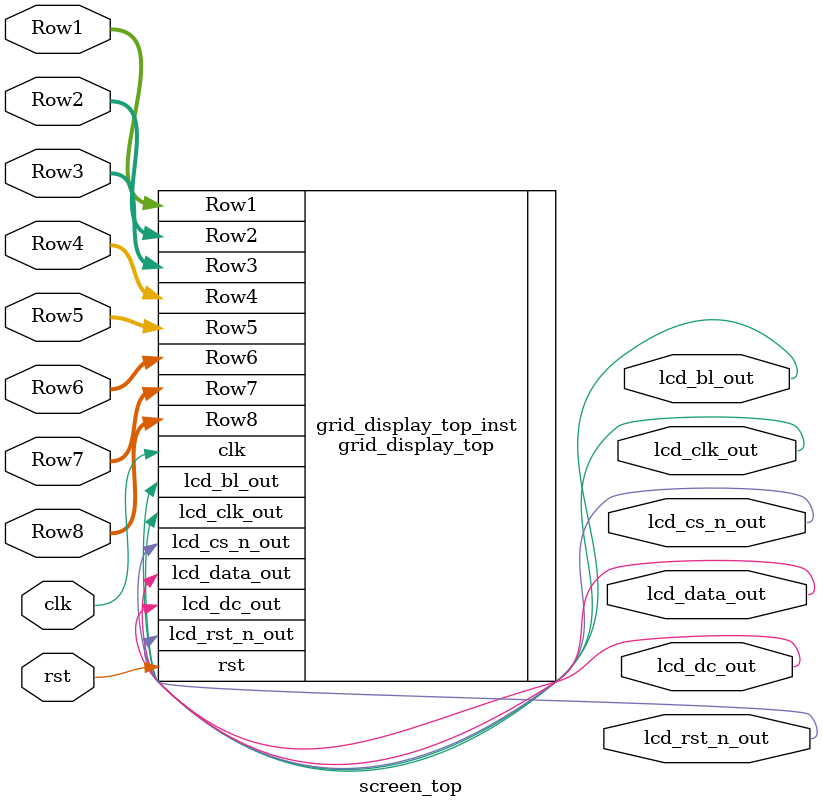
<source format=v>
module screen_top (
    input wire clk,
    input wire rst,

    // from GM
    input [39:0] Row1,
    input [39:0] Row2,
    input [39:0] Row3,
    input [39:0] Row4,
    input [39:0] Row5,
    input [39:0] Row6,
    input [39:0] Row7,
    input [39:0] Row8,

    // for lcd screen
    output wire lcd_rst_n_out,
    output wire lcd_bl_out,
    output wire lcd_dc_out,
    output wire lcd_clk_out,
    output wire lcd_data_out,
    output wire lcd_cs_n_out
);

    grid_display_top grid_display_top_inst (
    .clk(clk),
    .rst(rst),
    .Row1(Row1),
    .Row2(Row2),
    .Row3(Row3),
    .Row4(Row4),
    .Row5(Row5),
    .Row6(Row6),
    .Row7(Row7),
    .Row8(Row8),
    .lcd_rst_n_out(lcd_rst_n_out),
    .lcd_bl_out(lcd_bl_out),
    .lcd_dc_out(lcd_dc_out),
    .lcd_clk_out(lcd_clk_out),
    .lcd_data_out(lcd_data_out),
    .lcd_cs_n_out(lcd_cs_n_out)
);

   
    
endmodule
</source>
